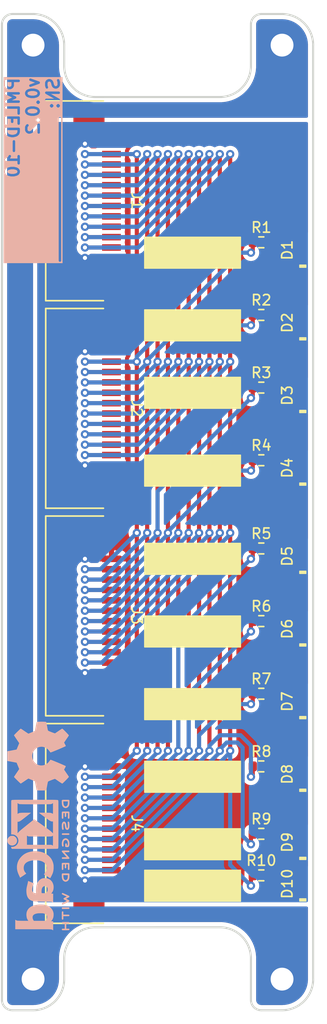
<source format=kicad_pcb>
(kicad_pcb (version 20241229) (generator "pcbnew") (generator_version "9.0")
  (title_block (title "${article} v${version}"))
  (layers (0 "F.Cu" signal) (2 "B.Cu" signal) (13 "F.Paste" user) (15 "B.Paste" user) (5 "F.SilkS" user "F.Silkscreen") (7 "B.SilkS" user "B.Silkscreen") (1 "F.Mask" user) (3 "B.Mask" user) (25 "Edge.Cuts" user))
  (property "article" "PMLED-10")
  (property "version" "0.0.2")
  (net 0 "")
  (net 1 "GND")
  (net 2 "Net-(D9-A)")
  (net 3 "Net-(D10-A)")
  (net 4 "Net-(D1-A)")
  (net 5 "Net-(D2-A)")
  (net 6 "Net-(D3-A)")
  (net 7 "Net-(D4-A)")
  (net 8 "Net-(D5-A)")
  (net 9 "Net-(D6-A)")
  (net 10 "Net-(D7-A)")
  (net 11 "Net-(D8-A)")
  (net 12 "/LED2")
  (net 13 "/LED3")
  (net 14 "/LED4")
  (net 15 "/LED7")
  (net 16 "/LED5")
  (net 17 "/LED0")
  (net 18 "/LED1")
  (net 19 "/LED6")
  (net 20 "/LED9")
  (net 21 "/LED8")
  (net 22 "PE")
  (footprint "kicad_inventree_lib:R_0603_1608Metric" (layer "F.Cu") (at 75.8 104.3)
    (property "Reference" "R5" (at 0 -1.43 0) (layer "F.SilkS") (effects (font (thickness 0.16))))
    (property "Value" "R")
    (pad "1" smd roundrect (at -0.825 0) (size 0.8 0.95) (layers "F.Cu" "F.Mask" "F.Paste") (net 14 "/LED4"))
    (pad "2" smd roundrect (at 0.825 0) (size 0.8 0.95) (layers "F.Cu" "F.Mask" "F.Paste") (net 8 "Net-(D5-A)"))
  )
  (footprint "kicad_inventree_lib:R_0603_1608Metric" (layer "F.Cu") (at 75.8 135.8)
    (property "Reference" "R10" (at 0 -1.43 0) (layer "F.SilkS") (effects (font (thickness 0.16))))
    (property "Value" "R")
    (pad "1" smd roundrect (at -0.825 0) (size 0.8 0.95) (layers "F.Cu" "F.Mask" "F.Paste") (net 20 "/LED9"))
    (pad "2" smd roundrect (at 0.825 0) (size 0.8 0.95) (layers "F.Cu" "F.Mask" "F.Paste") (net 3 "Net-(D10-A)"))
  )
  (footprint "kicad_inventree_lib:XL-1606" (layer "F.Cu") (at 79.8 82.55 90)
    (property "Reference" "D2" (at 0 -1.5 90) (layer "F.SilkS") (effects (font (thickness 0.16))))
    (property "Value" "XL-1606SYGC" (hide yes))
    (pad "1" smd rect (at -0.815 0 90) (size 0.77 0.48) (layers "F.Cu" "F.Mask" "F.Paste") (net 1 "GND"))
    (pad "2" smd rect (at 0.815 0 90) (size 0.77 0.48) (layers "F.Cu" "F.Mask" "F.Paste") (net 5 "Net-(D2-A)"))
  )
  (footprint "kicad_inventree_lib:XL-1606" (layer "F.Cu") (at 79.8 89.55 90)
    (property "Reference" "D3" (at 0 -1.5 90) (layer "F.SilkS") (effects (font (thickness 0.16))))
    (property "Value" "XL-1606SYGC" (hide yes))
    (pad "1" smd rect (at -0.815 0 90) (size 0.77 0.48) (layers "F.Cu" "F.Mask" "F.Paste") (net 1 "GND"))
    (pad "2" smd rect (at 0.815 0 90) (size 0.77 0.48) (layers "F.Cu" "F.Mask" "F.Paste") (net 6 "Net-(D3-A)"))
  )
  (footprint "kicad_inventree_lib:R_0603_1608Metric" (layer "F.Cu") (at 75.8 131.8)
    (property "Reference" "R9" (at 0 -1.43 0) (layer "F.SilkS") (effects (font (thickness 0.16))))
    (property "Value" "R")
    (pad "1" smd roundrect (at -0.825 0) (size 0.8 0.95) (layers "F.Cu" "F.Mask" "F.Paste") (net 21 "/LED8"))
    (pad "2" smd roundrect (at 0.825 0) (size 0.8 0.95) (layers "F.Cu" "F.Mask" "F.Paste") (net 2 "Net-(D9-A)"))
  )
  (footprint "kicad_inventree_lib:R_0603_1608Metric" (layer "F.Cu") (at 75.8 88.8)
    (property "Reference" "R3" (at 0 -1.43 0) (layer "F.SilkS") (effects (font (thickness 0.16))))
    (property "Value" "R")
    (pad "1" smd roundrect (at -0.825 0) (size 0.8 0.95) (layers "F.Cu" "F.Mask" "F.Paste") (net 12 "/LED2"))
    (pad "2" smd roundrect (at 0.825 0) (size 0.8 0.95) (layers "F.Cu" "F.Mask" "F.Paste") (net 6 "Net-(D3-A)"))
  )
  (footprint "kicad_inventree_lib:R_0603_1608Metric" (layer "F.Cu") (at 75.8 95.8)
    (property "Reference" "R4" (at 0 -1.43 0) (layer "F.SilkS") (effects (font (thickness 0.16))))
    (property "Value" "R")
    (pad "1" smd roundrect (at -0.825 0) (size 0.8 0.95) (layers "F.Cu" "F.Mask" "F.Paste") (net 13 "/LED3"))
    (pad "2" smd roundrect (at 0.825 0) (size 0.8 0.95) (layers "F.Cu" "F.Mask" "F.Paste") (net 7 "Net-(D4-A)"))
  )
  (footprint "kicad_inventree_lib:CONN10_AFA07-S12_JUS" (layer "F.Cu") (at 57.8 70.8 -90)
    (property "Reference" "J1" (at 0 -6 270) (layer "F.SilkS") (effects (font (thickness 0.16))))
    (property "Value" "AFA07-S12FCC-00")
    (pad "1" smd rect (at -5.499992 -3.556 270) (size 0.635 1.8034) (layers "F.Cu" "F.Mask" "F.Paste") (net 1 "GND"))
    (pad "2" smd rect (at -4.499994 -3.556 270) (size 0.635 1.8034) (layers "F.Cu" "F.Mask" "F.Paste") (net 17 "/LED0"))
    (pad "3" smd rect (at -3.499996 -3.556 270) (size 0.635 1.8034) (layers "F.Cu" "F.Mask" "F.Paste") (net 18 "/LED1"))
    (pad "4" smd rect (at -2.499998 -3.556 270) (size 0.635 1.8034) (layers "F.Cu" "F.Mask" "F.Paste") (net 12 "/LED2"))
    (pad "5" smd rect (at -1.5 -3.556 270) (size 0.635 1.8034) (layers "F.Cu" "F.Mask" "F.Paste") (net 13 "/LED3"))
    (pad "6" smd rect (at -0.5 -3.556 270) (size 0.635 1.8034) (layers "F.Cu" "F.Mask" "F.Paste") (net 14 "/LED4"))
    (pad "7" smd rect (at 0.5 -3.556 270) (size 0.635 1.8034) (layers "F.Cu" "F.Mask" "F.Paste") (net 16 "/LED5"))
    (pad "8" smd rect (at 1.5 -3.556 270) (size 0.635 1.8034) (layers "F.Cu" "F.Mask" "F.Paste") (net 19 "/LED6"))
    (pad "9" smd rect (at 2.499998 -3.556 270) (size 0.635 1.8034) (layers "F.Cu" "F.Mask" "F.Paste") (net 15 "/LED7"))
    (pad "10" smd rect (at 3.499996 -3.556 270) (size 0.635 1.8034) (layers "F.Cu" "F.Mask" "F.Paste") (net 21 "/LED8"))
    (pad "11" smd rect (at 4.499994 -3.556 270) (size 0.635 1.8034) (layers "F.Cu" "F.Mask" "F.Paste") (net 20 "/LED9"))
    (pad "12" smd rect (at 5.499992 -3.556 270) (size 0.635 1.8034) (layers "F.Cu" "F.Mask" "F.Paste") (net 1 "GND"))
    (pad "13" smd rect (at -7.850003 -1.385999 270) (size 2.5908 2.9972) (layers "F.Cu" "F.Mask" "F.Paste") (net 1 "GND"))
    (pad "13" smd rect (at 7.850003 -1.385999 270) (size 2.5908 2.9972) (layers "F.Cu" "F.Mask" "F.Paste") (net 1 "GND"))
  )
  (footprint "kicad_inventree_lib:XL-1606" (layer "F.Cu") (at 79.8 126.05 90)
    (property "Reference" "D8" (at 0 -1.5 90) (layer "F.SilkS") (effects (font (thickness 0.16))))
    (property "Value" "XL-1606SYGC" (hide yes))
    (pad "1" smd rect (at -0.815 0 90) (size 0.77 0.48) (layers "F.Cu" "F.Mask" "F.Paste") (net 1 "GND"))
    (pad "2" smd rect (at 0.815 0 90) (size 0.77 0.48) (layers "F.Cu" "F.Mask" "F.Paste") (net 11 "Net-(D8-A)"))
  )
  (footprint "kicad_inventree_lib:R_0603_1608Metric" (layer "F.Cu") (at 75.8 118.3)
    (property "Reference" "R7" (at 0 -1.43 0) (layer "F.SilkS") (effects (font (thickness 0.16))))
    (property "Value" "R")
    (pad "1" smd roundrect (at -0.825 0) (size 0.8 0.95) (layers "F.Cu" "F.Mask" "F.Paste") (net 19 "/LED6"))
    (pad "2" smd roundrect (at 0.825 0) (size 0.8 0.95) (layers "F.Cu" "F.Mask" "F.Paste") (net 10 "Net-(D7-A)"))
  )
  (footprint "kicad_inventree_lib:XL-1606" (layer "F.Cu") (at 79.8 119.05 90)
    (property "Reference" "D7" (at 0 -1.5 90) (layer "F.SilkS") (effects (font (thickness 0.16))))
    (property "Value" "XL-1606SYGC" (hide yes))
    (pad "1" smd rect (at -0.815 0 90) (size 0.77 0.48) (layers "F.Cu" "F.Mask" "F.Paste") (net 1 "GND"))
    (pad "2" smd rect (at 0.815 0 90) (size 0.77 0.48) (layers "F.Cu" "F.Mask" "F.Paste") (net 10 "Net-(D7-A)"))
  )
  (footprint "kicad_inventree_lib:XL-1606" (layer "F.Cu") (at 79.8 132.615 90)
    (property "Reference" "D9" (at 0 -1.5 90) (layer "F.SilkS") (effects (font (thickness 0.16))))
    (property "Value" "XL-1606SYGC" (hide yes))
    (pad "1" smd rect (at -0.815 0 90) (size 0.77 0.48) (layers "F.Cu" "F.Mask" "F.Paste") (net 1 "GND"))
    (pad "2" smd rect (at 0.815 0 90) (size 0.77 0.48) (layers "F.Cu" "F.Mask" "F.Paste") (net 2 "Net-(D9-A)"))
  )
  (footprint "kicad_inventree_lib:XL-1606" (layer "F.Cu") (at 79.8 75.55 90)
    (property "Reference" "D1" (at 0 -1.5 90) (layer "F.SilkS") (effects (font (thickness 0.16))))
    (property "Value" "XL-1606SYGC" (hide yes))
    (pad "1" smd rect (at -0.815 0 90) (size 0.77 0.48) (layers "F.Cu" "F.Mask" "F.Paste") (net 1 "GND"))
    (pad "2" smd rect (at 0.815 0 90) (size 0.77 0.48) (layers "F.Cu" "F.Mask" "F.Paste") (net 4 "Net-(D1-A)"))
  )
  (footprint "kicad_inventree_lib:XL-1606" (layer "F.Cu") (at 79.8 96.55 90)
    (property "Reference" "D4" (at 0 -1.5 90) (layer "F.SilkS") (effects (font (thickness 0.16))))
    (property "Value" "XL-1606SYGC" (hide yes))
    (pad "1" smd rect (at -0.815 0 90) (size 0.77 0.48) (layers "F.Cu" "F.Mask" "F.Paste") (net 1 "GND"))
    (pad "2" smd rect (at 0.815 0 90) (size 0.77 0.48) (layers "F.Cu" "F.Mask" "F.Paste") (net 7 "Net-(D4-A)"))
  )
  (footprint "kicad_inventree_lib:R_0603_1608Metric" (layer "F.Cu") (at 75.8 125.3)
    (property "Reference" "R8" (at 0 -1.43 0) (layer "F.SilkS") (effects (font (thickness 0.16))))
    (property "Value" "R")
    (pad "1" smd roundrect (at -0.825 0) (size 0.8 0.95) (layers "F.Cu" "F.Mask" "F.Paste") (net 15 "/LED7"))
    (pad "2" smd roundrect (at 0.825 0) (size 0.8 0.95) (layers "F.Cu" "F.Mask" "F.Paste") (net 11 "Net-(D8-A)"))
  )
  (footprint "kicad_inventree_lib:XL-1606" (layer "F.Cu") (at 79.8 136.615 90)
    (property "Reference" "D10" (at 0 -1.5 90) (layer "F.SilkS") (effects (font (thickness 0.16))))
    (property "Value" "XL-1606SYGC" (hide yes))
    (pad "1" smd rect (at -0.815 0 90) (size 0.77 0.48) (layers "F.Cu" "F.Mask" "F.Paste") (net 1 "GND"))
    (pad "2" smd rect (at 0.815 0 90) (size 0.77 0.48) (layers "F.Cu" "F.Mask" "F.Paste") (net 3 "Net-(D10-A)"))
  )
  (footprint "kicad_inventree_lib:R_0603_1608Metric" (layer "F.Cu") (at 75.8 111.3)
    (property "Reference" "R6" (at 0 -1.43 0) (layer "F.SilkS") (effects (font (thickness 0.16))))
    (property "Value" "R")
    (pad "1" smd roundrect (at -0.825 0) (size 0.8 0.95) (layers "F.Cu" "F.Mask" "F.Paste") (net 16 "/LED5"))
    (pad "2" smd roundrect (at 0.825 0) (size 0.8 0.95) (layers "F.Cu" "F.Mask" "F.Paste") (net 9 "Net-(D6-A)"))
  )
  (footprint "MountingHole:MountingHole_2.2mm_M2_Pad" (layer "F.Cu") (at 53.8 145.8)
    (property "Reference" "H2" (hide yes))
    (property "Value" "M4")
    (pad "1" thru_hole circle (at 0 0) (size 4.4 4.4) (drill 2.2) (layers "*.Cu" "*.Mask") (net 22 "PE"))
  )
  (footprint "kicad_inventree_lib:CONN10_AFA07-S12_JUS" (layer "F.Cu") (at 57.8 110.8 -90)
    (property "Reference" "J3" (at 0 -6 270) (layer "F.SilkS") (effects (font (thickness 0.16))))
    (property "Value" "AFA07-S12FCC-00")
    (pad "1" smd rect (at -5.499992 -3.556 270) (size 0.635 1.8034) (layers "F.Cu" "F.Mask" "F.Paste") (net 1 "GND"))
    (pad "2" smd rect (at -4.499994 -3.556 270) (size 0.635 1.8034) (layers "F.Cu" "F.Mask" "F.Paste") (net 17 "/LED0"))
    (pad "3" smd rect (at -3.499996 -3.556 270) (size 0.635 1.8034) (layers "F.Cu" "F.Mask" "F.Paste") (net 18 "/LED1"))
    (pad "4" smd rect (at -2.499998 -3.556 270) (size 0.635 1.8034) (layers "F.Cu" "F.Mask" "F.Paste") (net 12 "/LED2"))
    (pad "5" smd rect (at -1.5 -3.556 270) (size 0.635 1.8034) (layers "F.Cu" "F.Mask" "F.Paste") (net 13 "/LED3"))
    (pad "6" smd rect (at -0.5 -3.556 270) (size 0.635 1.8034) (layers "F.Cu" "F.Mask" "F.Paste") (net 14 "/LED4"))
    (pad "7" smd rect (at 0.5 -3.556 270) (size 0.635 1.8034) (layers "F.Cu" "F.Mask" "F.Paste") (net 16 "/LED5"))
    (pad "8" smd rect (at 1.5 -3.556 270) (size 0.635 1.8034) (layers "F.Cu" "F.Mask" "F.Paste") (net 19 "/LED6"))
    (pad "9" smd rect (at 2.499998 -3.556 270) (size 0.635 1.8034) (layers "F.Cu" "F.Mask" "F.Paste") (net 15 "/LED7"))
    (pad "10" smd rect (at 3.499996 -3.556 270) (size 0.635 1.8034) (layers "F.Cu" "F.Mask" "F.Paste") (net 21 "/LED8"))
    (pad "11" smd rect (at 4.499994 -3.556 270) (size 0.635 1.8034) (layers "F.Cu" "F.Mask" "F.Paste") (net 20 "/LED9"))
    (pad "12" smd rect (at 5.499992 -3.556 270) (size 0.635 1.8034) (layers "F.Cu" "F.Mask" "F.Paste") (net 1 "GND"))
    (pad "13" smd rect (at -7.850003 -1.385999 270) (size 2.5908 2.9972) (layers "F.Cu" "F.Mask" "F.Paste") (net 1 "GND"))
    (pad "13" smd rect (at 7.850003 -1.385999 270) (size 2.5908 2.9972) (layers "F.Cu" "F.Mask" "F.Paste") (net 1 "GND"))
  )
  (footprint "MountingHole:MountingHole_2.2mm_M2_Pad" (layer "F.Cu") (at 77.8 55.8)
    (property "Reference" "H3" (hide yes))
    (property "Value" "M4")
    (pad "1" thru_hole circle (at 0 0) (size 4.4 4.4) (drill 2.2) (layers "*.Cu" "*.Mask") (net 22 "PE"))
  )
  (footprint "kicad_inventree_lib:R_0603_1608Metric" (layer "F.Cu") (at 75.8 74.8)
    (property "Reference" "R1" (at 0 -1.43 0) (layer "F.SilkS") (effects (font (thickness 0.16))))
    (property "Value" "R")
    (pad "1" smd roundrect (at -0.825 0) (size 0.8 0.95) (layers "F.Cu" "F.Mask" "F.Paste") (net 17 "/LED0"))
    (pad "2" smd roundrect (at 0.825 0) (size 0.8 0.95) (layers "F.Cu" "F.Mask" "F.Paste") (net 4 "Net-(D1-A)"))
  )
  (footprint "MountingHole:MountingHole_2.2mm_M2_Pad" (layer "F.Cu") (at 53.8 55.8)
    (property "Reference" "H5" (hide yes))
    (property "Value" "M4")
    (pad "1" thru_hole circle (at 0 0) (size 4.4 4.4) (drill 2.2) (layers "*.Cu" "*.Mask") (net 22 "PE"))
  )
  (footprint "kicad_inventree_lib:R_0603_1608Metric" (layer "F.Cu") (at 75.8 81.8)
    (property "Reference" "R2" (at 0 -1.43 0) (layer "F.SilkS") (effects (font (thickness 0.16))))
    (property "Value" "R")
    (pad "1" smd roundrect (at -0.825 0) (size 0.8 0.95) (layers "F.Cu" "F.Mask" "F.Paste") (net 18 "/LED1"))
    (pad "2" smd roundrect (at 0.825 0) (size 0.8 0.95) (layers "F.Cu" "F.Mask" "F.Paste") (net 5 "Net-(D2-A)"))
  )
  (footprint "kicad_inventree_lib:CONN10_AFA07-S12_JUS" (layer "F.Cu") (at 57.8 90.8 -90)
    (property "Reference" "J2" (at 0 -6 270) (layer "F.SilkS") (effects (font (thickness 0.16))))
    (property "Value" "AFA07-S12FCC-00")
    (pad "1" smd rect (at -5.499992 -3.556 270) (size 0.635 1.8034) (layers "F.Cu" "F.Mask" "F.Paste") (net 1 "GND"))
    (pad "2" smd rect (at -4.499994 -3.556 270) (size 0.635 1.8034) (layers "F.Cu" "F.Mask" "F.Paste") (net 17 "/LED0"))
    (pad "3" smd rect (at -3.499996 -3.556 270) (size 0.635 1.8034) (layers "F.Cu" "F.Mask" "F.Paste") (net 18 "/LED1"))
    (pad "4" smd rect (at -2.499998 -3.556 270) (size 0.635 1.8034) (layers "F.Cu" "F.Mask" "F.Paste") (net 12 "/LED2"))
    (pad "5" smd rect (at -1.5 -3.556 270) (size 0.635 1.8034) (layers "F.Cu" "F.Mask" "F.Paste") (net 13 "/LED3"))
    (pad "6" smd rect (at -0.5 -3.556 270) (size 0.635 1.8034) (layers "F.Cu" "F.Mask" "F.Paste") (net 14 "/LED4"))
    (pad "7" smd rect (at 0.5 -3.556 270) (size 0.635 1.8034) (layers "F.Cu" "F.Mask" "F.Paste") (net 16 "/LED5"))
    (pad "8" smd rect (at 1.5 -3.556 270) (size 0.635 1.8034) (layers "F.Cu" "F.Mask" "F.Paste") (net 19 "/LED6"))
    (pad "9" smd rect (at 2.499998 -3.556 270) (size 0.635 1.8034) (layers "F.Cu" "F.Mask" "F.Paste") (net 15 "/LED7"))
    (pad "10" smd rect (at 3.499996 -3.556 270) (size 0.635 1.8034) (layers "F.Cu" "F.Mask" "F.Paste") (net 21 "/LED8"))
    (pad "11" smd rect (at 4.499994 -3.556 270) (size 0.635 1.8034) (layers "F.Cu" "F.Mask" "F.Paste") (net 20 "/LED9"))
    (pad "12" smd rect (at 5.499992 -3.556 270) (size 0.635 1.8034) (layers "F.Cu" "F.Mask" "F.Paste") (net 1 "GND"))
    (pad "13" smd rect (at -7.850003 -1.385999 270) (size 2.5908 2.9972) (layers "F.Cu" "F.Mask" "F.Paste") (net 1 "GND"))
    (pad "13" smd rect (at 7.850003 -1.385999 270) (size 2.5908 2.9972) (layers "F.Cu" "F.Mask" "F.Paste") (net 1 "GND"))
  )
  (footprint "kicad_inventree_lib:XL-1606" (layer "F.Cu") (at 79.8 112.05 90)
    (property "Reference" "D6" (at 0 -1.5 90) (layer "F.SilkS") (effects (font (thickness 0.16))))
    (property "Value" "XL-1606SYGC" (hide yes))
    (pad "1" smd rect (at -0.815 0 90) (size 0.77 0.48) (layers "F.Cu" "F.Mask" "F.Paste") (net 1 "GND"))
    (pad "2" smd rect (at 0.815 0 90) (size 0.77 0.48) (layers "F.Cu" "F.Mask" "F.Paste") (net 9 "Net-(D6-A)"))
  )
  (footprint "kicad_inventree_lib:CONN10_AFA07-S12_JUS" (layer "F.Cu") (at 57.8 130.8 -90)
    (property "Reference" "J4" (at 0 -6 270) (layer "F.SilkS") (effects (font (thickness 0.16))))
    (property "Value" "AFA07-S12FCC-00")
    (pad "1" smd rect (at -5.499992 -3.556 270) (size 0.635 1.8034) (layers "F.Cu" "F.Mask" "F.Paste") (net 1 "GND"))
    (pad "2" smd rect (at -4.499994 -3.556 270) (size 0.635 1.8034) (layers "F.Cu" "F.Mask" "F.Paste") (net 17 "/LED0"))
    (pad "3" smd rect (at -3.499996 -3.556 270) (size 0.635 1.8034) (layers "F.Cu" "F.Mask" "F.Paste") (net 18 "/LED1"))
    (pad "4" smd rect (at -2.499998 -3.556 270) (size 0.635 1.8034) (layers "F.Cu" "F.Mask" "F.Paste") (net 12 "/LED2"))
    (pad "5" smd rect (at -1.5 -3.556 270) (size 0.635 1.8034) (layers "F.Cu" "F.Mask" "F.Paste") (net 13 "/LED3"))
    (pad "6" smd rect (at -0.5 -3.556 270) (size 0.635 1.8034) (layers "F.Cu" "F.Mask" "F.Paste") (net 14 "/LED4"))
    (pad "7" smd rect (at 0.5 -3.556 270) (size 0.635 1.8034) (layers "F.Cu" "F.Mask" "F.Paste") (net 16 "/LED5"))
    (pad "8" smd rect (at 1.5 -3.556 270) (size 0.635 1.8034) (layers "F.Cu" "F.Mask" "F.Paste") (net 19 "/LED6"))
    (pad "9" smd rect (at 2.499998 -3.556 270) (size 0.635 1.8034) (layers "F.Cu" "F.Mask" "F.Paste") (net 15 "/LED7"))
    (pad "10" smd rect (at 3.499996 -3.556 270) (size 0.635 1.8034) (layers "F.Cu" "F.Mask" "F.Paste") (net 21 "/LED8"))
    (pad "11" smd rect (at 4.499994 -3.556 270) (size 0.635 1.8034) (layers "F.Cu" "F.Mask" "F.Paste") (net 20 "/LED9"))
    (pad "12" smd rect (at 5.499992 -3.556 270) (size 0.635 1.8034) (layers "F.Cu" "F.Mask" "F.Paste") (net 1 "GND"))
    (pad "13" smd rect (at -7.850003 -1.385999 270) (size 2.5908 2.9972) (layers "F.Cu" "F.Mask" "F.Paste") (net 1 "GND"))
    (pad "13" smd rect (at 7.850003 -1.385999 270) (size 2.5908 2.9972) (layers "F.Cu" "F.Mask" "F.Paste") (net 1 "GND"))
  )
  (footprint "kicad_inventree_lib:XL-1606" (layer "F.Cu") (at 79.8 105.05 90)
    (property "Reference" "D5" (at 0 -1.5 90) (layer "F.SilkS") (effects (font (thickness 0.16))))
    (property "Value" "XL-1606SYGC" (hide yes))
    (pad "1" smd rect (at -0.815 0 90) (size 0.77 0.48) (layers "F.Cu" "F.Mask" "F.Paste") (net 1 "GND"))
    (pad "2" smd rect (at 0.815 0 90) (size 0.77 0.48) (layers "F.Cu" "F.Mask" "F.Paste") (net 8 "Net-(D5-A)"))
  )
  (footprint "MountingHole:MountingHole_2.2mm_M2_Pad" (layer "F.Cu") (at 77.8 145.8)
    (property "Reference" "H1" (hide yes))
    (property "Value" "M4")
    (pad "1" thru_hole circle (at 0 0) (size 4.4 4.4) (drill 2.2) (layers "*.Cu" "*.Mask") (net 22 "PE"))
  )
  (footprint "Symbol:OSHW-Symbol_6.7x6mm_SilkScreen" (layer "B.Cu") (at 54.3 124.3 -90)
    (property "Reference" "REF**" (hide yes))
    (property "Value" "OSHW-Symbol_6.7x6mm_SilkScreen" (hide yes))
  )
  (footprint "Symbol:KiCad-Logo2_5mm_SilkScreen" (layer "B.Cu") (at 54.3 134.8 -90)
    (property "Reference" "Logo_kicad" (hide yes))
    (property "Value" "KiCad-Logo2_5mm_SilkScreen" (hide yes))
  )
  (gr_rect (start 64.55 110.8) (end 73.8 113.8) (stroke (width 0.1)) (fill yes) (layer "F.SilkS"))
  (gr_rect (start 64.55 87.8) (end 73.8 90.8) (stroke (width 0.1)) (fill yes) (layer "F.SilkS"))
  (gr_rect (start 64.55 124.8) (end 73.8 127.8) (stroke (width 0.1)) (fill yes) (layer "F.SilkS"))
  (gr_rect (start 64.55 81.3) (end 73.8 84.3) (stroke (width 0.1)) (fill yes) (layer "F.SilkS"))
  (gr_rect (start 64.55 95.3) (end 73.8 98.3) (stroke (width 0.1)) (fill yes) (layer "F.SilkS"))
  (gr_rect (start 64.55 103.8) (end 73.8 106.8) (stroke (width 0.1)) (fill yes) (layer "F.SilkS"))
  (gr_rect (start 64.55 131.3) (end 73.8 134.3) (stroke (width 0.1)) (fill yes) (layer "F.SilkS"))
  (gr_rect (start 64.55 74.3) (end 73.8 77.3) (stroke (width 0.1)) (fill yes) (layer "F.SilkS"))
  (gr_rect (start 64.55 135.3) (end 73.8 138.3) (stroke (width 0.1)) (fill yes) (layer "F.SilkS"))
  (gr_rect (start 64.55 117.8) (end 73.8 120.8) (stroke (width 0.1)) (fill yes) (layer "F.SilkS"))
  (gr_line (start 80.795708 145.8) (end 80.795708 55.8) (stroke (width 0.2)) (layer "Edge.Cuts"))
  (gr_line (start 75.800002 52.799999) (end 77.800002 52.799999) (stroke (width 0.2)) (layer "Edge.Cuts"))
  (gr_arc (start 71.800001 140.799999) (mid 73.921321 141.678679) (end 74.800001 143.799999) (stroke (width 0.2)) (layer "Edge.Cuts"))
  (gr_arc (start 50.800001 53.8) (mid 51.092894 53.092893) (end 51.800001 52.8) (stroke (width 0.2)) (layer "Edge.Cuts"))
  (gr_line (start 56.8 145.8) (end 56.8 143.8) (stroke (width 0.2)) (layer "Edge.Cuts"))
  (gr_arc (start 51.800002 148.800001) (mid 51.092895 148.507108) (end 50.800002 147.800001) (stroke (width 0.2)) (layer "Edge.Cuts"))
  (gr_line (start 51.800002 148.800001) (end 53.800002 148.800001) (stroke (width 0.2)) (layer "Edge.Cuts"))
  (gr_line (start 50.8 53.8) (end 50.8 147.8) (stroke (width 0.2)) (layer "Edge.Cuts"))
  (gr_line (start 74.8 57.8) (end 74.8 53.8) (stroke (width 0.2)) (layer "Edge.Cuts"))
  (gr_arc (start 77.800001 52.799999) (mid 79.921321 53.678679) (end 80.800001 55.799999) (stroke (width 0.2)) (layer "Edge.Cuts"))
  (gr_line (start 56.8 57.8) (end 56.8 55.8) (stroke (width 0.2)) (layer "Edge.Cuts"))
  (gr_line (start 74.799999 147.799999) (end 74.800001 143.8) (stroke (width 0.2)) (layer "Edge.Cuts"))
  (gr_arc (start 53.8 52.8) (mid 55.92132 53.67868) (end 56.8 55.8) (stroke (width 0.2)) (layer "Edge.Cuts"))
  (gr_arc (start 59.8 60.8) (mid 57.67868 59.92132) (end 56.8 57.8) (stroke (width 0.2)) (layer "Edge.Cuts"))
  (gr_line (start 59.8 140.803066) (end 71.8 140.799999) (stroke (width 0.2)) (layer "Edge.Cuts"))
  (gr_line (start 59.8 60.8) (end 71.8 60.8) (stroke (width 0.2)) (layer "Edge.Cuts"))
  (gr_arc (start 80.800001 145.800001) (mid 79.921321 147.921321) (end 77.800001 148.800001) (stroke (width 0.2)) (layer "Edge.Cuts"))
  (gr_arc (start 75.800002 148.800001) (mid 75.092895 148.507108) (end 74.800002 147.800001) (stroke (width 0.2)) (layer "Edge.Cuts"))
  (gr_arc (start 56.800001 145.800001) (mid 55.921321 147.921321) (end 53.800001 148.800001) (stroke (width 0.2)) (layer "Edge.Cuts"))
  (gr_arc (start 74.8 57.8) (mid 73.92132 59.92132) (end 71.8 60.8) (stroke (width 0.2)) (layer "Edge.Cuts"))
  (gr_arc (start 56.8 143.8) (mid 57.67868 141.67868) (end 59.8 140.8) (stroke (width 0.2)) (layer "Edge.Cuts"))
  (gr_arc (start 74.800002 53.799999) (mid 75.092895 53.092892) (end 75.800002 52.799999) (stroke (width 0.2)) (layer "Edge.Cuts"))
  (gr_line (start 51.800001 52.8) (end 53.800001 52.8) (stroke (width 0.2)) (layer "Edge.Cuts"))
  (gr_line (start 75.800002 148.800001) (end 77.800002 148.800001) (stroke (width 0.2)) (layer "Edge.Cuts"))
  (gr_text "${article}\nv${version}\nSN: _______________" (at 53.8 58.8 90) (layer "B.SilkS" knockout) (effects (font (size 1.2 1.2) (thickness 0.24) (bold yes)) (justify left mirror)))
  (via (at 58.8 76.3) (size 0.8) (drill 0.4) (layers "F.Cu" "B.Cu") (net 1))
  (via (at 58.8 116.3) (size 0.8) (drill 0.4) (layers "F.Cu" "B.Cu") (net 1))
  (via (at 58.8 96.3) (size 0.8) (drill 0.4) (layers "F.Cu" "B.Cu") (net 1))
  (via (at 58.8 105.3) (size 0.8) (drill 0.4) (layers "F.Cu" "B.Cu") (net 1))
  (via (at 58.8 85.3) (size 0.8) (drill 0.4) (layers "F.Cu" "B.Cu") (net 1))
  (via (at 58.8 65.3) (size 0.8) (drill 0.4) (layers "F.Cu" "B.Cu") (net 1))
  (via (at 58.8 125.3) (size 0.8) (drill 0.4) (layers "F.Cu" "B.Cu") (net 1))
  (via (at 58.8 136.3) (size 0.8) (drill 0.4) (layers "F.Cu" "B.Cu") (net 1))
  (segment (start 76.625 131.8) (end 79.8 131.8) (width 0.4) (layer "F.Cu") (net 2))
  (segment (start 76.625 135.8) (end 79.8 135.8) (width 0.4) (layer "F.Cu") (net 3))
  (segment (start 76.625 74.8) (end 79.735 74.8) (width 0.4) (layer "F.Cu") (net 4))
  (segment (start 76.625 81.8) (end 79.735 81.8) (width 0.4) (layer "F.Cu") (net 5))
  (segment (start 76.625 88.8) (end 79.735 88.8) (width 0.4) (layer "F.Cu") (net 6))
  (segment (start 79.735 88.8) (end 79.8 88.735) (width 0.4) (layer "F.Cu") (net 6))
  (segment (start 79.735 95.8) (end 79.8 95.735) (width 0.4) (layer "F.Cu") (net 7))
  (segment (start 76.625 95.8) (end 79.735 95.8) (width 0.4) (layer "F.Cu") (net 7))
  (segment (start 76.625 104.3) (end 79.735 104.3) (width 0.4) (layer "F.Cu") (net 8))
  (segment (start 79.735 104.3) (end 79.8 104.235) (width 0.4) (layer "F.Cu") (net 8))
  (segment (start 76.625 111.3) (end 79.735 111.3) (width 0.4) (layer "F.Cu") (net 9))
  (segment (start 79.735 111.3) (end 79.8 111.235) (width 0.4) (layer "F.Cu") (net 9))
  (segment (start 79.735 118.3) (end 79.8 118.235) (width 0.4) (layer "F.Cu") (net 10))
  (segment (start 76.625 118.3) (end 79.735 118.3) (width 0.4) (layer "F.Cu") (net 10))
  (segment (start 76.625 125.3) (end 79.735 125.3) (width 0.4) (layer "F.Cu") (net 11))
  (segment (start 79.735 125.3) (end 79.8 125.235) (width 0.4) (layer "F.Cu") (net 11))
  (segment (start 58.8 128.3) (end 61.355994 128.3) (width 0.4) (layer "F.Cu") (net 12))
  (segment (start 65.8 66.3) (end 65.8 123.8) (width 0.4) (layer "F.Cu") (net 12))
  (segment (start 58.8 108.3) (end 61.355994 108.3) (width 0.4) (layer "F.Cu") (net 12))
  (segment (start 58.8 68.3) (end 61.355994 68.3) (width 0.4) (layer "F.Cu") (net 12))
  (segment (start 74.8 89.8) (end 74.975 89.625) (width 0.4) (layer "F.Cu") (net 12))
  (segment (start 58.8 88.3) (end 61.355994 88.3) (width 0.4) (layer "F.Cu") (net 12))
  (segment (start 74.975 89.625) (end 74.975 88.8) (width 0.4) (layer "F.Cu") (net 12))
  (via (at 65.8 86.3) (size 0.8) (drill 0.4) (layers "F.Cu" "B.Cu") (net 12))
  (via (at 58.8 68.3) (size 0.8) (drill 0.4) (layers "F.Cu" "B.Cu") (net 12))
  (via (at 74.8 89.8) (size 0.8) (drill 0.4) (layers "F.Cu" "B.Cu") (net 12))
  (via (at 65.8 102.8) (size 0.8) (drill 0.4) (layers "F.Cu" "B.Cu") (net 12))
  (via (at 58.8 108.3) (size 0.8) (drill 0.4) (layers "F.Cu" "B.Cu") (net 12))
  (via (at 65.8 66.3) (size 0.8) (drill 0.4) (layers "F.Cu" "B.Cu") (net 12))
  (via (at 65.8 123.8) (size 0.8) (drill 0.4) (layers "F.Cu" "B.Cu") (net 12))
  (via (at 58.8 128.3) (size 0.8) (drill 0.4) (layers "F.Cu" "B.Cu") (net 12))
  (via (at 58.8 88.3) (size 0.8) (drill 0.4) (layers "F.Cu" "B.Cu") (net 12))
  (segment (start 65.8 123.932786) (end 65.8 123.8) (width 0.4) (layer "B.Cu") (net 12))
  (segment (start 58.8 88.3) (end 63.932786 88.3) (width 0.4) (layer "B.Cu") (net 12))
  (segment (start 58.8 108.3) (end 60.432786 108.3) (width 0.4) (layer "B.Cu") (net 12))
  (segment (start 65.8 98.8) (end 74.8 89.8) (width 0.4) (layer "B.Cu") (net 12))
  (segment (start 65.8 66.432786) (end 65.8 66.3) (width 0.4) (layer "B.Cu") (net 12))
  (segment (start 65.8 86.432786) (end 65.8 86.3) (width 0.4) (layer "B.Cu") (net 12))
  (segment (start 65.8 102.932786) (end 65.8 102.8) (width 0.4) (layer "B.Cu") (net 12))
  (segment (start 63.932786 88.3) (end 65.8 86.432786) (width 0.4) (layer "B.Cu") (net 12))
  (segment (start 65.8 102.8) (end 65.8 98.8) (width 0.4) (layer "B.Cu") (net 12))
  (segment (start 58.8 68.3) (end 63.932786 68.3) (width 0.4) (layer "B.Cu") (net 12))
  (segment (start 63.932786 68.3) (end 65.8 66.432786) (width 0.4) (layer "B.Cu") (net 12))
  (segment (start 61.432786 128.3) (end 65.8 123.932786) (width 0.4) (layer "B.Cu") (net 12))
  (segment (start 58.8 128.3) (end 61.432786 128.3) (width 0.4) (layer "B.Cu") (net 12))
  (segment (start 60.432786 108.3) (end 65.8 102.932786) (width 0.4) (layer "B.Cu") (net 12))
  (segment (start 66.8 66.3) (end 66.8 123.8) (width 0.4) (layer "F.Cu") (net 13))
  (segment (start 74.8 96.8) (end 74.975 96.625) (width 0.4) (layer "F.Cu") (net 13))
  (segment (start 74.975 96.625) (end 74.975 95.8) (width 0.4) (layer "F.Cu") (net 13))
  (segment (start 58.8 89.3) (end 61.355994 89.3) (width 0.4) (layer "F.Cu") (net 13))
  (segment (start 58.8 129.3) (end 61.355994 129.3) (width 0.4) (layer "F.Cu") (net 13))
  (segment (start 58.8 69.3) (end 61.355994 69.3) (width 0.4) (layer "F.Cu") (net 13))
  (segment (start 58.8 109.3) (end 61.355994 109.3) (width 0.4) (layer "F.Cu") (net 13))
  (via (at 66.8 102.8) (size 0.8) (drill 0.4) (layers "F.Cu" "B.Cu") (net 13))
  (via (at 58.8 69.3) (size 0.8) (drill 0.4) (layers "F.Cu" "B.Cu") (net 13))
  (via (at 66.8 123.8) (size 0.8) (drill 0.4) (layers "F.Cu" "B.Cu") (net 13))
  (via (at 74.8 96.8) (size 0.8) (drill 0.4) (layers "F.Cu" "B.Cu") (net 13))
  (via (at 66.8 86.3) (size 0.8) (drill 0.4) (layers "F.Cu" "B.Cu") (net 13))
  (via (at 58.8 129.3) (size 0.8) (drill 0.4) (layers "F.Cu" "B.Cu") (net 13))
  (via (at 66.8 66.3) (size 0.8) (drill 0.4) (layers "F.Cu" "B.Cu") (net 13))
  (via (at 58.8 109.3) (size 0.8) (drill 0.4) (layers "F.Cu" "B.Cu") (net 13))
  (via (at 58.8 89.3) (size 0.8) (drill 0.4) (layers "F.Cu" "B.Cu") (net 13))
  (segment (start 58.8 89.3) (end 63.932786 89.3) (width 0.4) (layer "B.Cu") (net 13))
  (segment (start 60.432786 109.3) (end 66.8 102.932786) (width 0.4) (layer "B.Cu") (net 13))
  (segment (start 66.8 66.432786) (end 66.8 66.3) (width 0.4) (layer "B.Cu") (net 13))
  (segment (start 58.8 109.3) (end 60.432786 109.3) (width 0.4) (layer "B.Cu") (net 13))
  (segment (start 66.8 123.932786) (end 66.8 123.8) (width 0.4) (layer "B.Cu") (net 13))
  (segment (start 66.8 102.932786) (end 66.8 102.8) (width 0.4) (layer "B.Cu") (net 13))
  (segment (start 72.667214 96.8) (end 74.8 96.8) (width 0.4) (layer "B.Cu") (net 13))
  (segment (start 66.8 86.432786) (end 66.8 86.3) (width 0.4) (layer "B.Cu") (net 13))
  (segment (start 63.932786 89.3) (end 66.8 86.432786) (width 0.4) (layer "B.Cu") (net 13))
  (segment (start 63.932786 69.3) (end 66.8 66.432786) (width 0.4) (layer "B.Cu") (net 13))
  (segment (start 61.432786 129.3) (end 66.8 123.932786) (width 0.4) (layer "B.Cu") (net 13))
  (segment (start 58.8 129.3) (end 61.432786 129.3) (width 0.4) (layer "B.Cu") (net 13))
  (segment (start 66.8 102.8) (end 66.8 102.667214) (width 0.4) (layer "B.Cu") (net 13))
  (segment (start 58.8 69.3) (end 63.932786 69.3) (width 0.4) (layer "B.Cu") (net 13))
  (segment (start 66.8 102.667214) (end 72.667214 96.8) (width 0.4) (layer "B.Cu") (net 13))
  (segment (start 58.8 110.3) (end 61.355994 110.3) (width 0.4) (layer "F.Cu") (net 14))
  (segment (start 67.8 66.3) (end 67.8 123.8) (width 0.4) (layer "F.Cu") (net 14))
  (segment (start 58.8 70.3) (end 61.355994 70.3) (width 0.4) (layer "F.Cu") (net 14))
  (segment (start 58.8 90.3) (end 61.355994 90.3) (width 0.4) (layer "F.Cu") (net 14))
  (segment (start 74.975 105.125) (end 74.975 104.3) (width 0.4) (layer "F.Cu") (net 14))
  (segment (start 74.8 105.3) (end 74.975 105.125) (width 0.4) (layer "F.Cu") (net 14))
  (segment (start 58.8 130.3) (end 61.355994 130.3) (width 0.4) (layer "F.Cu") (net 14))
  (via (at 67.8 123.8) (size 0.8) (drill 0.4) (layers "F.Cu" "B.Cu") (net 14))
  (via (at 58.8 130.3) (size 0.8) (drill 0.4) (layers "F.Cu" "B.Cu") (net 14))
  (via (at 67.8 66.3) (size 0.8) (drill 0.4) (layers "F.Cu" "B.Cu") (net 14))
  (via (at 58.8 110.3) (size 0.8) (drill 0.4) (layers "F.Cu" "B.Cu") (net 14))
  (via (at 67.8 102.8) (size 0.8) (drill 0.4) (layers "F.Cu" "B.Cu") (net 14))
  (via (at 67.8 86.3) (size 0.8) (drill 0.4) (layers "F.Cu" "B.Cu") (net 14))
  (via (at 74.8 105.3) (size 0.8) (drill 0.4) (layers "F.Cu" "B.Cu") (net 14))
  (via (at 58.8 90.3) (size 0.8) (drill 0.4) (layers "F.Cu" "B.Cu") (net 14))
  (via (at 58.8 70.3) (size 0.8) (drill 0.4) (layers "F.Cu" "B.Cu") (net 14))
  (segment (start 67.8 112.3) (end 74.8 105.3) (width 0.4) (layer "B.Cu") (net 14))
  (segment (start 58.8 130.3) (end 61.432786 130.3) (width 0.4) (layer "B.Cu") (net 14))
  (segment (start 63.932786 90.3) (end 67.8 86.432786) (width 0.4) (layer "B.Cu") (net 14))
  (segment (start 60.432786 110.3) (end 67.8 102.932786) (width 0.4) (layer "B.Cu") (net 14))
  (segment (start 67.8 123.8) (end 67.8 112.3) (width 0.4) (layer "B.Cu") (net 14))
  (segment (start 58.8 110.3) (end 60.432786 110.3) (width 0.4) (layer "B.Cu") (net 14))
  (segment (start 58.8 70.3) (end 63.932786 70.3) (width 0.4) (layer "B.Cu") (net 14))
  (segment (start 63.932786 70.3) (end 67.8 66.432786) (width 0.4) (layer "B.Cu") (net 14))
  (segment (start 61.432786 130.3) (end 67.8 123.932786) (width 0.4) (layer "B.Cu") (net 14))
  (segment (start 67.8 123.932786) (end 67.8 123.8) (width 0.4) (layer "B.Cu") (net 14))
  (segment (start 67.8 86.432786) (end 67.8 86.3) (width 0.4) (layer "B.Cu") (net 14))
  (segment (start 67.8 102.932786) (end 67.8 102.8) (width 0.4) (layer "B.Cu") (net 14))
  (segment (start 67.8 66.432786) (end 67.8 66.3) (width 0.4) (layer "B.Cu") (net 14))
  (segment (start 58.8 90.3) (end 63.932786 90.3) (width 0.4) (layer "B.Cu") (net 14))
  (segment (start 74.975 126.125) (end 74.975 125.3) (width 0.4) (layer "F.Cu") (net 15))
  (segment (start 70.8 66.3) (end 70.8 123.8) (width 0.4) (layer "F.Cu") (net 15))
  (segment (start 58.8 73.3) (end 61.355994 73.3) (width 0.4) (layer "F.Cu") (net 15))
  (segment (start 58.8 133.3) (end 61.355994 133.3) (width 0.4) (layer "F.Cu") (net 15))
  (segment (start 58.8 93.3) (end 61.355994 93.3) (width 0.4) (layer "F.Cu") (net 15))
  (segment (start 58.8 113.3) (end 61.355994 113.3) (width 0.4) (layer "F.Cu") (net 15))
  (segment (start 74.8 126.3) (end 74.975 126.125) (width 0.4) (layer "F.Cu") (net 15))
  (via (at 70.8 102.8) (size 0.8) (drill 0.4) (layers "F.Cu" "B.Cu") (net 15))
  (via (at 58.8 113.3) (size 0.8) (drill 0.4) (layers "F.Cu" "B.Cu") (net 15))
  (via (at 70.8 86.3) (size 0.8) (drill 0.4) (layers "F.Cu" "B.Cu") (net 15))
  (via (at 70.8 66.3) (size 0.8) (drill 0.4) (layers "F.Cu" "B.Cu") (net 15))
  (via (at 70.8 123.8) (size 0.8) (drill 0.4) (layers "F.Cu" "B.Cu") (net 15))
  (via (at 58.8 93.3) (size 0.8) (drill 0.4) (layers "F.Cu" "B.Cu") (net 15))
  (via (at 58.8 73.3) (size 0.8) (drill 0.4) (layers "F.Cu" "B.Cu") (net 15))
  (via (at 58.8 133.3) (size 0.8) (drill 0.4) (layers "F.Cu" "B.Cu") (net 15))
  (via (at 74.8 126.3) (size 0.8) (drill 0.4) (layers "F.Cu" "B.Cu") (net 15))
  (segment (start 70.8 102.932786) (end 70.8 102.8) (width 0.4) (layer "B.Cu") (net 15))
  (segment (start 63.932786 93.3) (end 70.8 86.432786) (width 0.4) (layer "B.Cu") (net 15))
  (segment (start 70.8 66.432786) (end 70.8 66.3) (width 0.4) (layer "B.Cu") (net 15))
  (segment (start 58.8 73.3) (end 63.932786 73.3) (width 0.4) (layer "B.Cu") (net 15))
  (segment (start 74.8 123.3) (end 74.8 126.3) (width 0.4) (layer "B.Cu") (net 15))
  (segment (start 60.432786 113.3) (end 70.8 102.932786) (width 0.4) (layer "B.Cu") (net 15))
  (segment (start 58.8 113.3) (end 60.432786 113.3) (width 0.4) (layer "B.Cu") (net 15))
  (segment (start 70.8 123.3) (end 71.8 122.3) (width 0.4) (layer "B.Cu") (net 15))
  (segment (start 58.8 133.3) (end 61.432786 133.3) (width 0.4) (layer "B.Cu") (net 15))
  (segment (start 70.8 123.8) (end 70.8 123.3) (width 0.4) (layer "B.Cu") (net 15))
  (segment (start 58.8 93.3) (end 63.932786 93.3) (width 0.4) (layer "B.Cu") (net 15))
  (segment (start 73.8 122.3) (end 74.8 123.3) (width 0.4) (layer "B.Cu") (net 15))
  (segment (start 70.8 123.932786) (end 70.8 123.8) (width 0.4) (layer "B.Cu") (net 15))
  (segment (start 70.8 86.432786) (end 70.8 86.3) (width 0.4) (layer "B.Cu") (net 15))
  (segment (start 71.8 122.3) (end 73.8 122.3) (width 0.4) (layer "B.Cu") (net 15))
  (segment (start 61.432786 133.3) (end 70.8 123.932786) (width 0.4) (layer "B.Cu") (net 15))
  (segment (start 63.932786 73.3) (end 70.8 66.432786) (width 0.4) (layer "B.Cu") (net 15))
  (segment (start 58.8 111.3) (end 61.355994 111.3) (width 0.4) (layer "F.Cu") (net 16))
  (segment (start 58.8 131.3) (end 61.355994 131.3) (width 0.4) (layer "F.Cu") (net 16))
  (segment (start 74.8 111.475) (end 74.975 111.3) (width 0.4) (layer "F.Cu") (net 16))
  (segment (start 58.8 91.3) (end 61.355994 91.3) (width 0.4) (layer "F.Cu") (net 16))
  (segment (start 58.8 71.3) (end 61.355994 71.3) (width 0.4) (layer "F.Cu") (net 16))
  (segment (start 74.8 112.3) (end 74.8 111.475) (width 0.4) (layer "F.Cu") (net 16))
  (segment (start 68.8 66.3) (end 68.8 123.8) (width 0.4) (layer "F.Cu") (net 16))
  (via (at 58.8 91.3) (size 0.8) (drill 0.4) (layers "F.Cu" "B.Cu") (net 16))
  (via (at 58.8 131.3) (size 0.8) (drill 0.4) (layers "F.Cu" "B.Cu") (net 16))
  (via (at 58.8 71.3) (size 0.8) (drill 0.4) (layers "F.Cu" "B.Cu") (net 16))
  (via (at 68.8 66.3) (size 0.8) (drill 0.4) (layers "F.Cu" "B.Cu") (net 16))
  (via (at 68.8 123.8) (size 0.8) (drill 0.4) (layers "F.Cu" "B.Cu") (net 16))
  (via (at 58.8 111.3) (size 0.8) (drill 0.4) (layers "F.Cu" "B.Cu") (net 16))
  (via (at 68.8 102.8) (size 0.8) (drill 0.4) (layers "F.Cu" "B.Cu") (net 16))
  (via (at 68.8 86.3) (size 0.8) (drill 0.4) (layers "F.Cu" "B.Cu") (net 16))
  (via (at 74.8 112.3) (size 0.8) (drill 0.4) (layers "F.Cu" "B.Cu") (net 16))
  (segment (start 68.8 123.8) (end 68.8 118.3) (width 0.4) (layer "B.Cu") (net 16))
  (segment (start 68.8 123.932786) (end 68.8 123.8) (width 0.4) (layer "B.Cu") (net 16))
  (segment (start 58.8 91.3) (end 63.932786 91.3) (width 0.4) (layer "B.Cu") (net 16))
  (segment (start 58.8 111.3) (end 60.432786 111.3) (width 0.4) (layer "B.Cu") (net 16))
  (segment (start 58.8 71.3) (end 63.932786 71.3) (width 0.4) (layer "B.Cu") (net 16))
  (segment (start 61.432786 131.3) (end 68.8 123.932786) (width 0.4) (layer "B.Cu") (net 16))
  (segment (start 63.932786 71.3) (end 68.8 66.432786) (width 0.4) (layer "B.Cu") (net 16))
  (segment (start 63.932786 91.3) (end 68.8 86.432786) (width 0.4) (layer "B.Cu") (net 16))
  (segment (start 60.432786 111.3) (end 68.8 102.932786) (width 0.4) (layer "B.Cu") (net 16))
  (segment (start 68.8 102.932786) (end 68.8 102.8) (width 0.4) (layer "B.Cu") (net 16))
  (segment (start 68.8 86.432786) (end 68.8 86.3) (width 0.4) (layer "B.Cu") (net 16))
  (segment (start 58.8 131.3) (end 61.432786 131.3) (width 0.4) (layer "B.Cu") (net 16))
  (segment (start 68.8 66.432786) (end 68.8 66.3) (width 0.4) (layer "B.Cu") (net 16))
  (segment (start 68.8 118.3) (end 74.8 112.3) (width 0.4) (layer "B.Cu") (net 16))
  (segment (start 74.975 75.625) (end 74.975 74.8) (width 0.4) (layer "F.Cu") (net 17))
  (segment (start 58.8 106.3) (end 61.355994 106.3) (width 0.4) (layer "F.Cu") (net 17))
  (segment (start 58.8 86.3) (end 61.355994 86.3) (width 0.4) (layer "F.Cu") (net 17))
  (segment (start 74.8 75.8) (end 74.975 75.625) (width 0.4) (layer "F.Cu") (net 17))
  (segment (start 63.8 86.3) (end 63.8 123.8) (width 0.4) (layer "F.Cu") (net 17))
  (segment (start 58.8 126.3) (end 61.355994 126.3) (width 0.4) (layer "F.Cu") (net 17))
  (segment (start 61.355994 66.3) (end 61.356 66.300006) (width 0.3) (layer "F.Cu") (net 17))
  (segment (start 63.8 66.3) (end 63.8 86.3) (width 0.4) (layer "F.Cu") (net 17))
  (segment (start 58.8 66.3) (end 61.355994 66.3) (width 0.3) (layer "F.Cu") (net 17))
  (via (at 63.8 86.3) (size 0.8) (drill 0.4) (layers "F.Cu" "B.Cu") (net 17))
  (via (at 58.8 66.3) (size 0.8) (drill 0.4) (layers "F.Cu" "B.Cu") (net 17))
  (via (at 58.8 126.3) (size 0.8) (drill 0.4) (layers "F.Cu" "B.Cu") (net 17))
  (via (at 58.8 86.3) (size 0.8) (drill 0.4) (layers "F.Cu" "B.Cu") (net 17))
  (via (at 63.8 66.3) (size 0.8) (drill 0.4) (layers "F.Cu" "B.Cu") (net 17))
  (via (at 74.8 75.8) (size 0.8) (drill 0.4) (layers "F.Cu" "B.Cu") (net 17))
  (via (at 58.8 106.3) (size 0.8) (drill 0.4) (layers "F.Cu" "B.Cu") (net 17))
  (via (at 63.8 123.8) (size 0.8) (drill 0.4) (layers "F.Cu" "B.Cu") (net 17))
  (via (at 63.8 102.8) (size 0.8) (drill 0.4) (layers "F.Cu" "B.Cu") (net 17))
  (segment (start 60.3 106.3) (end 63.8 102.8) (width 0.4) (layer "B.Cu") (net 17))
  (segment (start 61.3 126.3) (end 63.8 123.8) (width 0.4) (layer "B.Cu") (net 17))
  (segment (start 58.8 126.3) (end 61.3 126.3) (width 0.4) (layer "B.Cu") (net 17))
  (segment (start 63.8 86.3) (end 63.8 85.8) (width 0.4) (layer "B.Cu") (net 17))
  (segment (start 63.8 66.3) (end 58.8 66.3) (width 0.4) (layer "B.Cu") (net 17))
  (segment (start 58.8 106.3) (end 60.3 106.3) (width 0.4) (layer "B.Cu") (net 17))
  (segment (start 63.8 85.8) (end 73.8 75.8) (width 0.4) (layer "B.Cu") (net 17))
  (segment (start 63.8 86.3) (end 58.8 86.3) (width 0.4) (layer "B.Cu") (net 17))
  (segment (start 73.8 75.8) (end 74.8 75.8) (width 0.4) (layer "B.Cu") (net 17))
  (segment (start 58.8 87.3) (end 61.355994 87.3) (width 0.4) (layer "F.Cu") (net 18))
  (segment (start 58.8 127.3) (end 61.355994 127.3) (width 0.4) (layer "F.Cu") (net 18))
  (segment (start 58.8 67.3) (end 61.355994 67.3) (width 0.4) (layer "F.Cu") (net 18))
  (segment (start 74.975 82.625) (end 74.975 81.8) (width 0.4) (layer "F.Cu") (net 18))
  (segment (start 58.8 107.3) (end 61.355994 107.3) (width 0.4) (layer "F.Cu") (net 18))
  (segment (start 64.8 66.3) (end 64.8 123.8) (width 0.4) (layer "F.Cu") (net 18))
  (segment (start 74.8 82.8) (end 74.975 82.625) (width 0.4) (layer "F.Cu") (net 18))
  (via (at 58.8 127.3) (size 0.8) (drill 0.4) (layers "F.Cu" "B.Cu") (net 18))
  (via (at 64.8 102.8) (size 0.8) (drill 0.4) (layers "F.Cu" "B.Cu") (net 18))
  (via (at 64.8 66.3) (size 0.8) (drill 0.4) (layers "F.Cu" "B.Cu") (net 18))
  (via (at 58.8 107.3) (size 0.8) (drill 0.4) (layers "F.Cu" "B.Cu") (net 18))
  (via (at 58.8 67.3) (size 0.8) (drill 0.4) (layers "F.Cu" "B.Cu") (net 18))
  (via (at 58.8 87.3) (size 0.8) (drill 0.4) (layers "F.Cu" "B.Cu") (net 18))
  (via (at 74.8 82.8) (size 0.8) (drill 0.4) (layers "F.Cu" "B.Cu") (net 18))
  (via (at 64.8 86.3) (size 0.8) (drill 0.4) (layers "F.Cu" "B.Cu") (net 18))
  (via (at 64.8 123.8) (size 0.8) (drill 0.4) (layers "F.Cu" "B.Cu") (net 18))
  (segment (start 58.8 107.3) (end 60.432786 107.3) (width 0.4) (layer "B.Cu") (net 18))
  (segment (start 64.8 66.432786) (end 64.8 66.3) (width 0.4) (layer "B.Cu") (net 18))
  (segment (start 68.167214 82.8) (end 74.8 82.8) (width 0.4) (layer "B.Cu") (net 18))
  (segment (start 64.8 123.932786) (end 64.8 123.8) (width 0.4) (layer "B.Cu") (net 18))
  (segment (start 63.932786 67.3) (end 64.8 66.432786) (width 0.4) (layer "B.Cu") (net 18))
  (segment (start 64.8 86.167214) (end 68.167214 82.8) (width 0.4) (layer "B.Cu") (net 18))
  (segment (start 58.8 127.3) (end 61.432786 127.3) (width 0.4) (layer "B.Cu") (net 18))
  (segment (start 58.8 87.3) (end 63.932786 87.3) (width 0.4) (layer "B.Cu") (net 18))
  (segment (start 61.432786 127.3) (end 64.8 123.932786) (width 0.4) (layer "B.Cu") (net 18))
  (segment (start 58.8 67.3) (end 63.932786 67.3) (width 0.4) (layer "B.Cu") (net 18))
  (segment (start 64.8 86.3) (end 64.8 86.167214) (width 0.4) (layer "B.Cu") (net 18))
  (segment (start 64.8 86.432786) (end 64.8 86.3) (width 0.4) (layer "B.Cu") (net 18))
  (segment (start 63.932786 87.3) (end 64.8 86.432786) (width 0.4) (layer "B.Cu") (net 18))
  (segment (start 60.432786 107.3) (end 64.8 102.932786) (width 0.4) (layer "B.Cu") (net 18))
  (segment (start 64.8 102.932786) (end 64.8 102.8) (width 0.4) (layer "B.Cu") (net 18))
  (segment (start 58.8 92.3) (end 61.355994 92.3) (width 0.4) (layer "F.Cu") (net 19))
  (segment (start 58.8 132.3) (end 61.355994 132.3) (width 0.4) (layer "F.Cu") (net 19))
  (segment (start 74.975 119.125) (end 74.975 118.3) (width 0.4) (layer "F.Cu") (net 19))
  (segment (start 58.8 72.3) (end 61.355994 72.3) (width 0.4) (layer "F.Cu") (net 19))
  (segment (start 69.8 66.3) (end 69.8 123.8) (width 0.4) (layer "F.Cu") (net 19))
  (segment (start 58.8 112.3) (end 61.355994 112.3) (width 0.4) (layer "F.Cu") (net 19))
  (segment (start 74.8 119.3) (end 74.975 119.125) (width 0.4) (layer "F.Cu") (net 19))
  (via (at 69.8 86.3) (size 0.8) (drill 0.4) (layers "F.Cu" "B.Cu") (net 19))
  (via (at 58.8 112.3) (size 0.8) (drill 0.4) (layers "F.Cu" "B.Cu") (net 19))
  (via (at 69.8 123.8) (size 0.8) (drill 0.4) (layers "F.Cu" "B.Cu") (net 19))
  (via (at 69.8 66.3) (size 0.8) (drill 0.4) (layers "F.Cu" "B.Cu") (net 19))
  (via (at 74.8 119.3) (size 0.8) (drill 0.4) (layers "F.Cu" "B.Cu") (net 19))
  (via (at 58.8 92.3) (size 0.8) (drill 0.4) (layers "F.Cu" "B.Cu") (net 19))
  (via (at 58.8 72.3) (size 0.8) (drill 0.4) (layers "F.Cu" "B.Cu") (net 19))
  (via (at 69.8 102.8) (size 0.8) (drill 0.4) (layers "F.Cu" "B.Cu") (net 19))
  (via (at 58.8 132.3) (size 0.8) (drill 0.4) (layers "F.Cu" "B.Cu") (net 19))
  (segment (start 72.8 119.3) (end 74.8 119.3) (width 0.4) (layer "B.Cu") (net 19))
  (segment (start 69.8 86.432786) (end 69.8 86.3) (width 0.4) (layer "B.Cu") (net 19))
  (segment (start 63.932786 92.3) (end 69.8 86.432786) (width 0.4) (layer "B.Cu") (net 19))
  (segment (start 69.8 123.8) (end 69.8 122.3) (width 0.4) (layer "B.Cu") (net 19))
  (segment (start 69.8 123.932786) (end 69.8 123.8) (width 0.4) (layer "B.Cu") (net 19))
  (segment (start 61.432786 132.3) (end 69.8 123.932786) (width 0.4) (layer "B.Cu") (net 19))
  (segment (start 58.8 112.3) (end 60.432786 112.3) (width 0.4) (layer "B.Cu") (net 19))
  (segment (start 58.8 132.3) (end 61.432786 132.3) (width 0.4) (layer "B.Cu") (net 19))
  (segment (start 69.8 66.432786) (end 69.8 66.3) (width 0.4) (layer "B.Cu") (net 19))
  (segment (start 58.8 92.3) (end 63.932786 92.3) (width 0.4) (layer "B.Cu") (net 19))
  (segment (start 69.8 102.932786) (end 69.8 102.8) (width 0.4) (layer "B.Cu") (net 19))
  (segment (start 63.932786 72.3) (end 69.8 66.432786) (width 0.4) (layer "B.Cu") (net 19))
  (segment (start 58.8 72.3) (end 63.932786 72.3) (width 0.4) (layer "B.Cu") (net 19))
  (segment (start 69.8 122.3) (end 72.8 119.3) (width 0.4) (layer "B.Cu") (net 19))
  (segment (start 60.432786 112.3) (end 69.8 102.932786) (width 0.4) (layer "B.Cu") (net 19))
  (segment (start 74.8 135.975) (end 74.975 135.8) (width 0.4) (layer "F.Cu") (net 20))
  (segment (start 58.8 115.3) (end 61.355994 115.3) (width 0.4) (layer "F.Cu") (net 20))
  (segment (start 58.8 135.3) (end 61.355994 135.3) (width 0.4) (layer "F.Cu") (net 20))
  (segment (start 58.8 75.3) (end 61.355994 75.3) (width 0.4) (layer "F.Cu") (net 20))
  (segment (start 72.8 66.3) (end 72.8 123.8) (width 0.4) (layer "F.Cu") (net 20))
  (segment (start 58.8 95.3) (end 61.355994 95.3) (width 0.4) (layer "F.Cu") (net 20))
  (segment (start 74.8 136.8) (end 74.8 135.975) (width 0.4) (layer "F.Cu") (net 20))
  (via (at 72.8 66.3) (size 0.8) (drill 0.4) (layers "F.Cu" "B.Cu") (net 20))
  (via (at 74.8 136.8) (size 0.8) (drill 0.4) (layers "F.Cu" "B.Cu") (net 20))
  (via (at 58.8 75.3) (size 0.8) (drill 0.4) (layers "F.Cu" "B.Cu") (net 20))
  (via (at 72.8 102.8) (size 0.8) (drill 0.4) (layers "F.Cu" "B.Cu") (net 20))
  (via (at 72.8 123.8) (size 0.8) (drill 0.4) (layers "F.Cu" "B.Cu") (net 20))
  (via (at 58.8 135.3) (size 0.8) (drill 0.4) (layers "F.Cu" "B.Cu") (net 20))
  (via (at 58.8 115.3) (size 0.8) (drill 0.4) (layers "F.Cu" "B.Cu") (net 20))
  (via (at 72.8 86.3) (size 0.8) (drill 0.4) (layers "F.Cu" "B.Cu") (net 20))
  (via (at 58.8 95.3) (size 0.8) (drill 0.4) (layers "F.Cu" "B.Cu") (net 20))
  (segment (start 58.8 115.3) (end 60.432786 115.3) (width 0.4) (layer "B.Cu") (net 20))
  (segment (start 72.8 123.932786) (end 72.8 123.8) (width 0.4) (layer "B.Cu") (net 20))
  (segment (start 61.432786 135.3) (end 72.8 123.932786) (width 0.4) (layer "B.Cu") (net 20))
  (segment (start 58.8 135.3) (end 61.432786 135.3) (width 0.4) (layer "B.Cu") (net 20))
  (segment (start 72.8 86.432786) (end 72.8 86.3) (width 0.4) (layer "B.Cu") (net 20))
  (segment (start 63.932786 75.3) (end 72.8 66.432786) (width 0.4) (layer "B.Cu") (net 20))
  (segment (start 72.8 102.932786) (end 72.8 102.8) (width 0.4) (layer "B.Cu") (net 20))
  (segment (start 63.932786 95.3) (end 72.8 86.432786) (width 0.4) (layer "B.Cu") (net 20))
  (segment (start 58.8 95.3) (end 63.932786 95.3) (width 0.4) (layer "B.Cu") (net 20))
  (segment (start 72.8 123.8) (end 72.8 134.8) (width 0.4) (layer "B.Cu") (net 20))
  (segment (start 58.8 75.3) (end 63.932786 75.3) (width 0.4) (layer "B.Cu") (net 20))
  (segment (start 60.432786 115.3) (end 72.8 102.932786) (width 0.4) (layer "B.Cu") (net 20))
  (segment (start 72.8 134.8) (end 74.8 136.8) (width 0.4) (layer "B.Cu") (net 20))
  (segment (start 72.8 66.432786) (end 72.8 66.3) (width 0.4) (layer "B.Cu") (net 20))
  (segment (start 74.8 132.8) (end 74.8 131.975) (width 0.4) (layer "F.Cu") (net 21))
  (segment (start 58.8 94.3) (end 61.355994 94.3) (width 0.4) (layer "F.Cu") (net 21))
  (segment (start 71.8 66.3) (end 71.8 123.8) (width 0.4) (layer "F.Cu") (net 21))
  (segment (start 58.8 134.3) (end 61.355994 134.3) (width 0.4) (layer "F.Cu") (net 21))
  (segment (start 58.8 114.3) (end 61.355994 114.3) (width 0.4) (layer "F.Cu") (net 21))
  (segment (start 58.8 74.3) (end 61.355994 74.3) (width 0.4) (layer "F.Cu") (net 21))
  (segment (start 74.8 131.975) (end 74.975 131.8) (width 0.4) (layer "F.Cu") (net 21))
  (via (at 71.8 86.3) (size 0.8) (drill 0.4) (layers "F.Cu" "B.Cu") (net 21))
  (via (at 58.8 74.3) (size 0.8) (drill 0.4) (layers "F.Cu" "B.Cu") (net 21))
  (via (at 74.8 132.8) (size 0.8) (drill 0.4) (layers "F.Cu" "B.Cu") (net 21))
  (via (at 71.8 66.3) (size 0.8) (drill 0.4) (layers "F.Cu" "B.Cu") (net 21))
  (via (at 58.8 134.3) (size 0.8) (drill 0.4) (layers "F.Cu" "B.Cu") (net 21))
  (via (at 71.8 123.8) (size 0.8) (drill 0.4) (layers "F.Cu" "B.Cu") (net 21))
  (via (at 58.8 114.3) (size 0.8) (drill 0.4) (layers "F.Cu" "B.Cu") (net 21))
  (via (at 71.8 102.8) (size 0.8) (drill 0.4) (layers "F.Cu" "B.Cu") (net 21))
  (via (at 58.8 94.3) (size 0.8) (drill 0.4) (layers "F.Cu" "B.Cu") (net 21))
  (segment (start 58.8 94.3) (end 63.932786 94.3) (width 0.4) (layer "B.Cu") (net 21))
  (segment (start 58.8 134.3) (end 61.432786 134.3) (width 0.4) (layer "B.Cu") (net 21))
  (segment (start 73.499 122.999) (end 72.468214 122.999) (width 0.4) (layer "B.Cu") (net 21))
  (segment (start 74.8 132.8) (end 73.999 131.999) (width 0.4) (layer "B.Cu") (net 21))
  (segment (start 60.432786 114.3) (end 71.8 102.932786) (width 0.4) (layer "B.Cu") (net 21))
  (segment (start 71.8 102.932786) (end 71.8 102.8) (width 0.4) (layer "B.Cu") (net 21))
  (segment (start 72.468214 122.999) (end 71.8 123.667214) (width 0.4) (layer "B.Cu") (net 21))
  (segment (start 71.8 86.432786) (end 71.8 86.3) (width 0.4) (layer "B.Cu") (net 21))
  (segment (start 73.999 123.499) (end 73.499 122.999) (width 0.4) (layer "B.Cu") (net 21))
  (segment (start 71.8 123.932786) (end 71.8 123.8) (width 0.4) (layer "B.Cu") (net 21))
  (segment (start 71.8 66.432786) (end 71.8 66.3) (width 0.4) (layer "B.Cu") (net 21))
  (segment (start 63.932786 74.3) (end 71.8 66.432786) (width 0.4) (layer "B.Cu") (net 21))
  (segment (start 58.8 74.3) (end 63.932786 74.3) (width 0.4) (layer "B.Cu") (net 21))
  (segment (start 63.932786 94.3) (end 71.8 86.432786) (width 0.4) (layer "B.Cu") (net 21))
  (segment (start 73.999 131.999) (end 73.999 123.499) (width 0.4) (layer "B.Cu") (net 21))
  (segment (start 58.8 114.3) (end 60.432786 114.3) (width 0.4) (layer "B.Cu") (net 21))
  (segment (start 61.432786 134.3) (end 71.8 123.932786) (width 0.4) (layer "B.Cu") (net 21))
  (segment (start 71.8 123.667214) (end 71.8 123.8) (width 0.4) (layer "B.Cu") (net 21))
  (zone (net 22) (net_name "PE") (layers "F.Cu" "B.Cu") (priority 1) (connect_pads (clearance 0.4)) (min_thickness 0.25) (fill yes (thermal_gap 0.5) (thermal_bridge_width 0.5))
    (polygon (pts (xy 80.8 52.8) (xy 80.8 62.8) (xy 53.8 62.8) (xy 53.8 138.8) (xy 80.8 138.8) (xy 80.8 148.8) (xy 50.8 148.8) (xy 50.8 52.8)))
  )
  (zone (net 1) (net_name "GND") (layers "F.Cu" "B.Cu") (connect_pads (clearance 0.4)) (min_thickness 0.25) (fill yes (thermal_gap 0.5) (thermal_bridge_width 0.5))
    (polygon (pts (xy 53.8 62.8) (xy 80.8 62.8) (xy 80.8 138.8) (xy 53.8 138.8)))
  )
)
</source>
